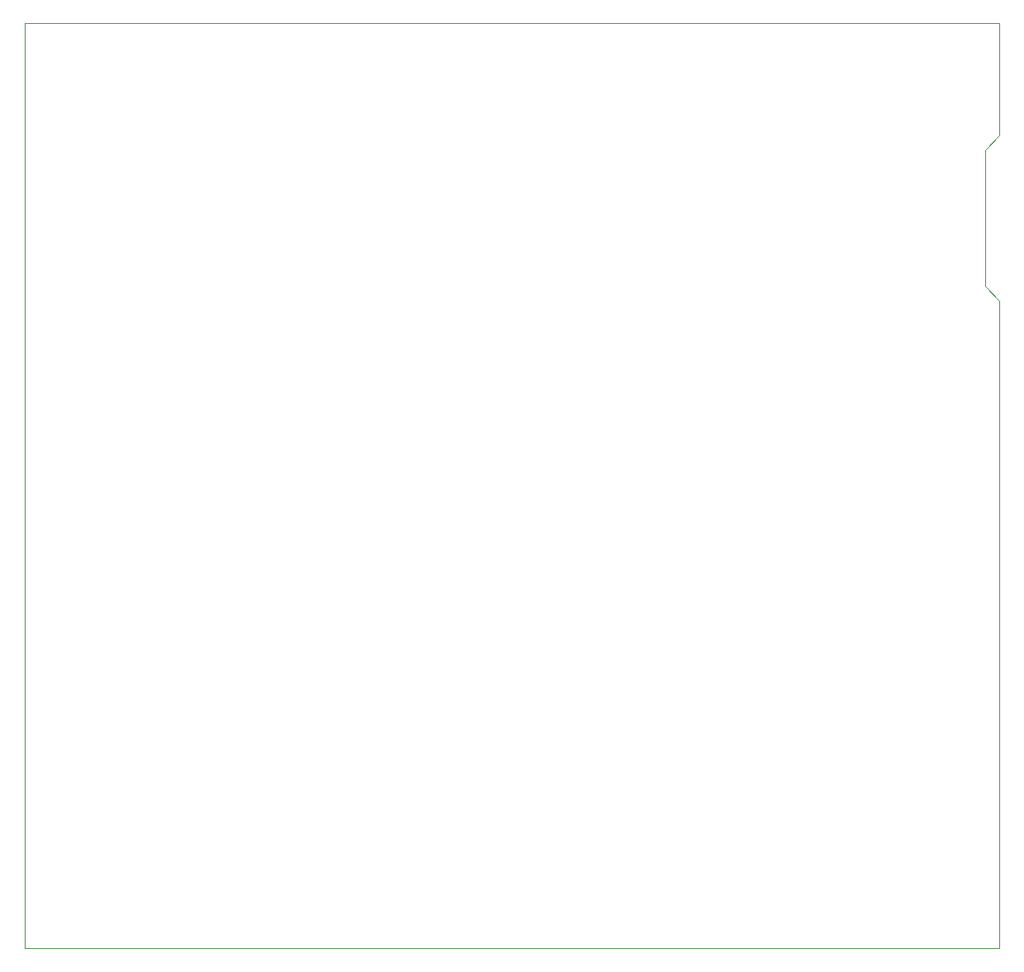
<source format=gm1>
G04 #@! TF.FileFunction,Profile,NP*
%FSLAX46Y46*%
G04 Gerber Fmt 4.6, Leading zero omitted, Abs format (unit mm)*
G04 Created by KiCad (PCBNEW 4.0.7-e2-6376~58~ubuntu14.04.1) date Thu Dec 19 07:43:31 2019*
%MOMM*%
%LPD*%
G01*
G04 APERTURE LIST*
%ADD10C,0.100000*%
G04 APERTURE END LIST*
D10*
X165000000Y-135000000D02*
X165000000Y-68500000D01*
X65000000Y-135000000D02*
X165000000Y-135000000D01*
X65000000Y-40000000D02*
X65000000Y-135000000D01*
X165000000Y-40000000D02*
X65000000Y-40000000D01*
X165000000Y-51500000D02*
X165000000Y-40000000D01*
X163500000Y-53000000D02*
X165000000Y-51500000D01*
X163500000Y-67000000D02*
X163500000Y-53000000D01*
X165000000Y-68500000D02*
X163500000Y-67000000D01*
M02*

</source>
